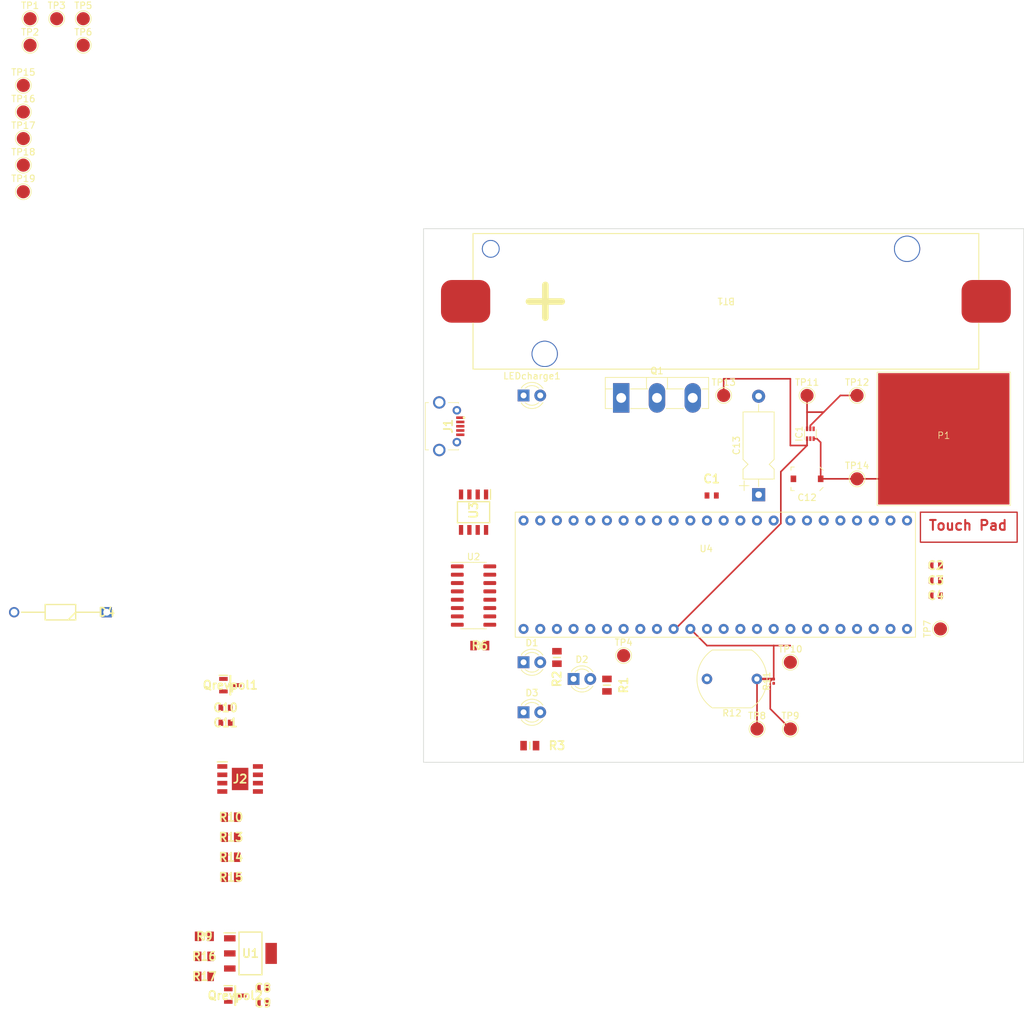
<source format=kicad_pcb>
(kicad_pcb (version 20221018) (generator pcbnew)
  (layers (0 "F.Cu" signal) (31 "B.Cu" signal) (34 "B.Paste" user) (35 "F.Paste" user) (36 "B.SilkS" user "B.Silkscreen") (37 "F.SilkS" user "F.Silkscreen") (38 "B.Mask" user) (39 "F.Mask" user) (44 "Edge.Cuts" user))
  (net 0 "")
  (net 1 "/Power Module/Charging/Vbat")
  (net 2 "0")
  (net 3 "/Microcontroller/3.3V")
  (net 4 "GND")
  (net 5 "/Power Module/Regulating/Vin")
  (net 6 "Net-(U1-VO)")
  (net 7 "Net-(D4-K)")
  (net 8 "Net-(J2-BAT)")
  (net 9 "Net-(IC1-I)")
  (net 10 "/Power Module/Vboard")
  (net 11 "Net-(D1-A)")
  (net 12 "Net-(D2-A)")
  (net 13 "Net-(D3-A)")
  (net 14 "/Microcontroller/Vbus")
  (net 15 "/Microcontroller/T_sensor")
  (net 17 "Net-(J1-D-)")
  (net 18 "Net-(J1-D+)")
  (net 19 "Net-(J2-PROG2)")
  (net 20 "/Power Module/Charging/Vin")
  (net 22 "Net-(J2-~{CHRG})")
  (net 24 "/Microcontroller/out1")
  (net 25 "/Microcontroller/out2")
  (net 26 "/Microcontroller/out3")
  (net 27 "/Microcontroller/LDR_sensor")
  (net 28 "/Microcontroller/PA2")
  (net 29 "/Microcontroller/PA3")
  (net 30 "/Microcontroller/SCL")
  (net 31 "Net-(LEDcharge1-K)")
  (net 32 "Net-(Qrevpol1-D)")
  (net 33 "Net-(Qrevpol2-S)")
  (footprint "Library:DIOAD1405W86L465D235" (layer "F.Cu") (at 33.02 109.22 180)
    (fp_text reference "D4" (at 0 0) (layer "F.SilkS") (effects (font (size 1.27 1.27) (thickness 0.254))))
    (fp_text value "1N5819" hide)
    (fp_line (start 1.138 0) (end 4.725 0) (stroke (width 0.2)) (layer "F.SilkS"))
    (fp_line (start 4.725 -1.175) (end 9.375 -1.175) (stroke (width 0.2)) (layer "F.SilkS"))
    (fp_line (start 4.725 0) (end 5.9 -1.175) (stroke (width 0.2)) (layer "F.SilkS"))
    (fp_line (start 4.725 1.175) (end 4.725 -1.175) (stroke (width 0.2)) (layer "F.SilkS"))
    (fp_line (start 9.375 -1.175) (end 9.375 1.175) (stroke (width 0.2)) (layer "F.SilkS"))
    (fp_line (start 9.375 0) (end 12.962 0) (stroke (width 0.2)) (layer "F.SilkS"))
    (fp_line (start 9.375 1.175) (end 4.725 1.175) (stroke (width 0.2)) (layer "F.SilkS"))
    (pad "1" thru_hole rect (at 0 0 180) (size 1.575 1.575) (drill 1.05) (layers "*.Cu" "*.Mask") (net 7 "Net-(D4-K)"))
    (pad "2" thru_hole circle (at 14.1 0 180) (size 1.575 1.575) (drill 1.05) (layers "*.Cu" "*.Mask") (net 14 "/Microcontroller/Vbus"))
  )
  (footprint "TestPoint:TestPoint_Pad_D2.0mm" (layer "F.Cu") (at 137.16 127)
    (fp_text reference "TP9" (at 0 -1.998) (layer "F.SilkS"))
    (fp_text value "TestPoint")
    (fp_circle (center 0 0) (end 0 1.2) (stroke (width 0.12)) (fill none) (layer "F.SilkS"))
    (pad "1" smd circle (at 0 0) (size 2 2) (layers "F.Cu" "F.Mask") (net 27 "/Microcontroller/LDR_sensor"))
  )
  (footprint "Library:RESC2013X65N" (layer "F.Cu") (at 51.945 146.54)
    (fp_text reference "R14" (at 0 0) (layer "F.SilkS") (effects (font (size 1.27 1.27) (thickness 0.254))))
    (fp_text value "0" hide)
    (fp_line (start 0 -0.538) (end 0 0.538) (stroke (width 0.2)) (layer "F.SilkS"))
    (pad "1" smd rect (at -0.95 0) (size 1 1.45) (layers "F.Cu" "F.Paste" "F.Mask") (net 20 "/Power Module/Charging/Vin"))
    (pad "2" smd rect (at 0.95 0) (size 1 1.45) (layers "F.Cu" "F.Paste" "F.Mask") (net 7 "Net-(D4-K)"))
  )
  (footprint "Package_SO:SOIC-16_3.9x9.9mm_P1.27mm" (layer "F.Cu") (at 88.9 106.68)
    (fp_text reference "U2" (at 0 -5.9) (layer "F.SilkS"))
    (fp_text value "CH340C")
    (fp_line (start 0 -5.06) (end -3.45 -5.06) (stroke (width 0.12)) (layer "F.SilkS"))
    (fp_line (start 0 -5.06) (end 1.95 -5.06) (stroke (width 0.12)) (layer "F.SilkS"))
    (fp_line (start 0 5.06) (end -1.95 5.06) (stroke (width 0.12)) (layer "F.SilkS"))
    (fp_line (start 0 5.06) (end 1.95 5.06) (stroke (width 0.12)) (layer "F.SilkS"))
    (pad "1" smd roundrect (at -2.475 -4.445) (size 1.95 0.6) (layers "F.Cu" "F.Paste" "F.Mask") (net 4 "GND"))
    (pad "2" smd roundrect (at -2.475 -3.175) (size 1.95 0.6) (layers "F.Cu" "F.Paste" "F.Mask") (net 28 "/Microcontroller/PA2"))
    (pad "3" smd roundrect (at -2.475 -1.905) (size 1.95 0.6) (layers "F.Cu" "F.Paste" "F.Mask") (net 29 "/Microcontroller/PA3"))
    (pad "4" smd roundrect (at -2.475 -0.635) (size 1.95 0.6) (layers "F.Cu" "F.Paste" "F.Mask") (net 3 "/Microcontroller/3.3V"))
    (pad "5" smd roundrect (at -2.475 0.635) (size 1.95 0.6) (layers "F.Cu" "F.Paste" "F.Mask") (net 18 "Net-(J1-D+)"))
    (pad "6" smd roundrect (at -2.475 1.905) (size 1.95 0.6) (layers "F.Cu" "F.Paste" "F.Mask") (net 17 "Net-(J1-D-)"))
    (pad "7" smd roundrect (at -2.475 3.175) (size 1.95 0.6) (layers "F.Cu" "F.Paste" "F.Mask"))
    (pad "8" smd roundrect (at -2.475 4.445) (size 1.95 0.6) (layers "F.Cu" "F.Paste" "F.Mask"))
    (pad "9" smd roundrect (at 2.475 4.445) (size 1.95 0.6) (layers "F.Cu" "F.Paste" "F.Mask"))
    (pad "10" smd roundrect (at 2.475 3.175) (size 1.95 0.6) (layers "F.Cu" "F.Paste" "F.Mask"))
    (pad "11" smd roundrect (at 2.475 1.905) (size 1.95 0.6) (layers "F.Cu" "F.Paste" "F.Mask"))
    (pad "12" smd roundrect (at 2.475 0.635) (size 1.95 0.6) (layers "F.Cu" "F.Paste" "F.Mask"))
    (pad "13" smd roundrect (at 2.475 -0.635) (size 1.95 0.6) (layers "F.Cu" "F.Paste" "F.Mask"))
    (pad "14" smd roundrect (at 2.475 -1.905) (size 1.95 0.6) (layers "F.Cu" "F.Paste" "F.Mask"))
    (pad "15" smd roundrect (at 2.475 -3.175) (size 1.95 0.6) (layers "F.Cu" "F.Paste" "F.Mask"))
    (pad "16" smd roundrect (at 2.475 -4.445) (size 1.95 0.6) (layers "F.Cu" "F.Paste" "F.Mask") (net 3 "/Microcontroller/3.3V"))
  )
  (footprint "Capacitor_SMD:C_Trimmer_Murata_TZC3" (layer "F.Cu") (at 139.7 88.9 180)
    (fp_text reference "C12" (at 0 -2.85) (layer "F.SilkS"))
    (fp_text value "C_Variable")
    (fp_line (start -2.45 -1.3) (end -1.95 -1.8) (stroke (width 0.12)) (layer "F.SilkS"))
    (fp_line (start -2.45 1.3) (end -1.95 1.8) (stroke (width 0.12)) (layer "F.SilkS"))
    (fp_line (start 2.45 -1.8) (end 1.95 -1.8) (stroke (width 0.12)) (layer "F.SilkS"))
    (fp_line (start 2.45 -1.8) (end 2.45 -1.3) (stroke (width 0.12)) (layer "F.SilkS"))
    (fp_line (start 2.45 1.8) (end 1.95 1.8) (stroke (width 0.12)) (layer "F.SilkS"))
    (fp_line (start 2.45 1.8) (end 2.45 1.3) (stroke (width 0.12)) (layer "F.SilkS"))
    (pad "1" smd rect (at -2.075 0 180) (size 0.85 1) (layers "F.Cu" "F.Paste" "F.Mask") (net 9 "Net-(IC1-I)"))
    (pad "2" smd rect (at 2.075 0 180) (size 0.85 1) (layers "F.Cu" "F.Paste" "F.Mask") (net 4 "GND"))
  )
  (footprint "TestPoint:TestPoint_Pad_D2.0mm" (layer "F.Cu") (at 147.32 88.9)
    (fp_text reference "TP14" (at 0 -1.998) (layer "F.SilkS"))
    (fp_text value "TestPoint")
    (fp_circle (center 0 0) (end 0 1.2) (stroke (width 0.12)) (fill none) (layer "F.SilkS"))
    (pad "1" smd circle (at 0 0) (size 2 2) (layers "F.Cu" "F.Mask") (net 9 "Net-(IC1-I)"))
  )
  (footprint "Library:SOIC127P600X175-8N" (layer "F.Cu") (at 88.9 93.98 -90)
    (fp_text reference "U3" (at -0.285 0 90) (layer "F.SilkS") (effects (font (size 1.27 1.27) (thickness 0.254))))
    (fp_text value "24LC64" hide)
    (fp_line (start -3.45 -2.58) (end -1.95 -2.58) (stroke (width 0.2)) (layer "F.SilkS"))
    (fp_line (start -1.6 -2.45) (end 1.6 -2.45) (stroke (width 0.2)) (layer "F.SilkS"))
    (fp_line (start -1.6 2.45) (end -1.6 -2.45) (stroke (width 0.2)) (layer "F.SilkS"))
    (fp_line (start 1.6 -2.45) (end 1.6 2.45) (stroke (width 0.2)) (layer "F.SilkS"))
    (fp_line (start 1.6 2.45) (end -1.6 2.45) (stroke (width 0.2)) (layer "F.SilkS"))
    (pad "1" smd rect (at -2.7 -1.905) (size 0.65 1.5) (layers "F.Cu" "F.Paste" "F.Mask") (net 3 "/Microcontroller/3.3V"))
    (pad "2" smd rect (at -2.7 -0.635) (size 0.65 1.5) (layers "F.Cu" "F.Paste" "F.Mask") (net 3 "/Microcontroller/3.3V"))
    (pad "3" smd rect (at -2.7 0.635) (size 0.65 1.5) (layers "F.Cu" "F.Paste" "F.Mask") (net 3 "/Microcontroller/3.3V"))
    (pad "4" smd rect (at -2.7 1.905) (size 0.65 1.5) (layers "F.Cu" "F.Paste" "F.Mask") (net 4 "GND"))
    (pad "5" smd rect (at 2.7 1.905) (size 0.65 1.5) (layers "F.Cu" "F.Paste" "F.Mask") (net 30 "/Microcontroller/SCL"))
    (pad "6" smd rect (at 2.7 0.635) (size 0.65 1.5) (layers "F.Cu" "F.Paste" "F.Mask") (net 30 "/Microcontroller/SCL"))
    (pad "7" smd rect (at 2.7 -0.635) (size 0.65 1.5) (layers "F.Cu" "F.Paste" "F.Mask") (net 4 "GND"))
    (pad "8" smd rect (at 2.7 -1.905) (size 0.65 1.5) (layers "F.Cu" "F.Paste" "F.Mask") (net 3 "/Microcontroller/3.3V"))
  )
  (footprint "TestPoint:TestPoint_Pad_D2.0mm" (layer "F.Cu") (at 20.32 45.17)
    (fp_text reference "TP19" (at 0 -1.998) (layer "F.SilkS"))
    (fp_text value "TestPoint")
    (fp_circle (center 0 0) (end 0 1.2) (stroke (width 0.12)) (fill none) (layer "F.SilkS"))
    (pad "1" smd circle (at 0 0) (size 2 2) (layers "F.Cu" "F.Mask") (net 8 "Net-(J2-BAT)"))
  )
  (footprint "Library:CAPC1608X90N" (layer "F.Cu") (at 51.125 123.77)
    (fp_text reference "C10" (at 0 0) (layer "F.SilkS") (effects (font (size 1.27 1.27) (thickness 0.254))))
    (fp_text value "10uF" hide)
    (pad "1" smd rect (at -0.71 0) (size 0.73 0.94) (layers "F.Cu" "F.Paste" "F.Mask") (net 7 "Net-(D4-K)"))
    (pad "2" smd rect (at 0.71 0) (size 0.73 0.94) (layers "F.Cu" "F.Paste" "F.Mask") (net 4 "GND"))
  )
  (footprint "Library:SOT95P237X112-3N" (layer "F.Cu") (at 51.85 120.33)
    (fp_text reference "Qrevpol1" (at 0 0) (layer "F.SilkS") (effects (font (size 1.27 1.27) (thickness 0.254))))
    (fp_text value "PMOS" hide)
    (fp_line (start -1.7 -1.5) (end -0.4 -1.5) (stroke (width 0.2)) (layer "F.SilkS"))
    (fp_line (start -0.05 -1.46) (end 0.05 -1.46) (stroke (width 0.2)) (layer "F.SilkS"))
    (fp_line (start -0.05 1.46) (end -0.05 -1.46) (stroke (width 0.2)) (layer "F.SilkS"))
    (fp_line (start 0.05 -1.46) (end 0.05 1.46) (stroke (width 0.2)) (layer "F.SilkS"))
    (fp_line (start 0.05 1.46) (end -0.05 1.46) (stroke (width 0.2)) (layer "F.SilkS"))
    (pad "1" smd rect (at -1.05 -0.95 90) (size 0.6 1.3) (layers "F.Cu" "F.Paste" "F.Mask") (net 32 "Net-(Qrevpol1-D)"))
    (pad "2" smd rect (at -1.05 0.95 90) (size 0.6 1.3) (layers "F.Cu" "F.Paste" "F.Mask") (net 4 "GND"))
    (pad "3" smd rect (at 1.05 0 90) (size 0.6 1.3) (layers "F.Cu" "F.Paste" "F.Mask") (net 1 "/Power Module/Charging/Vbat"))
  )
  (footprint "TestPoint:TestPoint_Pad_D2.0mm" (layer "F.Cu") (at 147.32 76.2)
    (fp_text reference "TP12" (at 0 -1.998) (layer "F.SilkS"))
    (fp_text value "TestPoint")
    (fp_circle (center 0 0) (end 0 1.2) (stroke (width 0.12)) (fill none) (layer "F.SilkS"))
    (pad "1" smd circle (at 0 0) (size 2 2) (layers "F.Cu" "F.Mask") (net 10 "/Power Module/Vboard"))
  )
  (footprint "Library:CAPC1608X90N" (layer "F.Cu") (at 56.82 168.75)
    (fp_text reference "C9" (at 0 0) (layer "F.SilkS") (effects (font (size 1.27 1.27) (thickness 0.254))))
    (fp_text value "1uF" hide)
    (pad "1" smd rect (at -0.71 0) (size 0.73 0.94) (layers "F.Cu" "F.Paste" "F.Mask") (net 6 "Net-(U1-VO)"))
    (pad "2" smd rect (at 0.71 0) (size 0.73 0.94) (layers "F.Cu" "F.Paste" "F.Mask") (net 2 "0"))
  )
  (footprint "TestPoint:TestPoint_Pad_D2.0mm" (layer "F.Cu") (at 139.7 76.2)
    (fp_text reference "TP11" (at 0 -1.998) (layer "F.SilkS"))
    (fp_text value "TestPoint")
    (fp_circle (center 0 0) (end 0 1.2) (stroke (width 0.12)) (fill none) (layer "F.SilkS"))
    (pad "1" smd circle (at 0 0) (size 2 2) (layers "F.Cu" "F.Mask") (net 10 "/Power Module/Vboard"))
  )
  (footprint "Library:CAPC1608X90N" (layer "F.Cu") (at 56.82 166.46)
    (fp_text reference "C8" (at 0 0) (layer "F.SilkS") (effects (font (size 1.27 1.27) (thickness 0.254))))
    (fp_text value "10uF" hide)
    (pad "1" smd rect (at -0.71 0) (size 0.73 0.94) (layers "F.Cu" "F.Paste" "F.Mask") (net 5 "/Power Module/Regulating/Vin"))
    (pad "2" smd rect (at 0.71 0) (size 0.73 0.94) (layers "F.Cu" "F.Paste" "F.Mask") (net 2 "0"))
  )
  (footprint "Library:CAPC1608X90N" (layer "F.Cu") (at 125.17 91.44)
    (fp_text reference "C1" (at 0 -2.54) (layer "F.SilkS") (effects (font (size 1.27 1.27) (thickness 0.254))))
    (fp_text value "100nF" hide)
    (pad "1" smd rect (at -0.71 0) (size 0.73 0.94) (layers "F.Cu" "F.Paste" "F.Mask") (net 3 "/Microcontroller/3.3V"))
    (pad "2" smd rect (at 0.71 0) (size 0.73 0.94) (layers "F.Cu" "F.Paste" "F.Mask") (net 4 "GND"))
  )
  (footprint "Library:SOT95P237X112-3N" (layer "F.Cu") (at 52.595 167.61)
    (fp_text reference "Qrevpol2" (at 0 0) (layer "F.SilkS") (effects (font (size 1.27 1.27) (thickness 0.254))))
    (fp_text value "PMOS" hide)
    (fp_line (start -1.7 -1.5) (end -0.4 -1.5) (stroke (width 0.2)) (layer "F.SilkS"))
    (fp_line (start -0.05 -1.46) (end 0.05 -1.46) (stroke (width 0.2)) (layer "F.SilkS"))
    (fp_line (start -0.05 1.46) (end -0.05 -1.46) (stroke (width 0.2)) (layer "F.SilkS"))
    (fp_line (start 0.05 -1.46) (end 0.05 1.46) (stroke (width 0.2)) (layer "F.SilkS"))
    (fp_line (start 0.05 1.46) (end -0.05 1.46) (stroke (width 0.2)) (layer "F.SilkS"))
    (pad "1" smd rect (at -1.05 -0.95 90) (size 0.6 1.3) (layers "F.Cu" "F.Paste" "F.Mask") (net 1 "/Power Module/Charging/Vbat"))
    (pad "2" smd rect (at -1.05 0.95 90) (size 0.6 1.3) (layers "F.Cu" "F.Paste" "F.Mask") (net 4 "GND"))
    (pad "3" smd rect (at 1.05 0 90) (size 0.6 1.3) (layers "F.Cu" "F.Paste" "F.Mask") (net 33 "Net-(Qrevpol2-S)"))
  )
  (footprint "Library:RESC2013X65N" (layer "F.Cu") (at 101.6 116.11 90)
    (fp_text reference "R2" (at -3.27 0 90) (layer "F.SilkS") (effects (font (size 1.27 1.27) (thickness 0.254))))
    (fp_text value "270" hide)
    (fp_line (start 0 -0.538) (end 0 0.538) (stroke (width 0.2)) (layer "F.SilkS"))
    (pad "1" smd rect (at -0.95 0 90) (size 1 1.45) (layers "F.Cu" "F.Paste" "F.Mask") (net 25 "/Microcontroller/out2"))
    (pad "2" smd rect (at 0.95 0 90) (size 1 1.45) (layers "F.Cu" "F.Paste" "F.Mask") (net 11 "Net-(D1-A)"))
  )
  (footprint "Library:RESC2013X65N" (layer "F.Cu") (at 51.945 149.59)
    (fp_text reference "R15" (at 0 0) (layer "F.SilkS") (effects (font (size 1.27 1.27) (thickness 0.254))))
    (fp_text value "0" hide)
    (fp_line (start 0 -0.538) (end 0 0.538) (stroke (width 0.2)) (layer "F.SilkS"))
    (pad "1" smd rect (at -0.95 0) (size 1 1.45) (layers "F.Cu" "F.Paste" "F.Mask") (net 8 "Net-(J2-BAT)"))
    (pad "2" smd rect (at 0.95 0) (size 1 1.45) (layers "F.Cu" "F.Paste" "F.Mask") (net 32 "Net-(Qrevpol1-D)"))
  )
  (footprint "Library:RESC2013X65N" (layer "F.Cu") (at 47.895 164.69)
    (fp_text reference "R17" (at 0 0) (layer "F.SilkS") (effects (font (size 1.27 1.27) (thickness 0.254))))
    (fp_text value "0" hide)
    (fp_line (start 0 -0.538) (end 0 0.538) (stroke (width 0.2)) (layer "F.SilkS"))
    (pad "1" smd rect (at -0.95 0) (size 1 1.45) (layers "F.Cu" "F.Paste" "F.Mask") (net 6 "Net-(U1-VO)"))
    (pad "2" smd rect (at 0.95 0) (size 1 1.45) (layers "F.Cu" "F.Paste" "F.Mask") (net 10 "/Power Module/Vboard"))
  )
  (footprint "Library:STM32F051C6T6" (layer "F.Cu") (at 124.54 105.65)
    (fp_text reference "U4" (at -0.2 -6.1 unlocked) (layer "F.SilkS"))
    (fp_text value "~")
    (fp_line (start -29.29 -11.67) (end -29.29 7.38) (stroke (width 0.12)) (layer "F.SilkS"))
    (fp_line (start -29.29 -11.67) (end 31.67 -11.67) (stroke (width 0.12)) (layer "F.SilkS"))
    (fp_line (start 31.67 -11.67) (end 31.67 7.38) (stroke (width 0.12)) (layer "F.SilkS"))
    (fp_line (start 31.67 7.38) (end -29.29 7.38) (stroke (width 0.12)) (layer "F.SilkS"))
    (pad "1" thru_hole circle (at -28.02 6.11) (size 1.524 1.524) (drill 0.762) (layers "*.Cu" "*.Mask"))
    (pad "2" thru_hole circle (at -25.48 6.11) (size 1.524 1.524) (drill 0.762) (layers "*.Cu" "*.Mask"))
    (pad "3" thru_hole circle (at -22.94 6.11) (size 1.524 1.524) (drill 0.762) (layers "*.Cu" "*.Mask"))
    (pad "4" thru_hole circle (at -20.4 6.11) (size 1.524 1.524) (drill 0.762) (layers "*.Cu" "*.Mask"))
    (pad "5" thru_hole circle (at -17.86 6.11) (size 1.524 1.524) (drill 0.762) (layers "*.Cu" "*.Mask"))
    (pad "6" thru_hole circle (at -15.32 6.11) (size 1.524 1.524) (drill 0.762) (layers "*.Cu" "*.Mask"))
    (pad "7" thru_hole circle (at -12.78 6.11) (size 1.524 1.524) (drill 0.762) (layers "*.Cu" "*.Mask"))
    (pad "8" thru_hole circle (at -10.24 6.11) (size 1.524 1.524) (drill 0.762) (layers "*.Cu" "*.Mask") (net 4 "GND"))
    (pad "9" thru_hole circle (at -7.7 6.11) (size 1.524 1.524) (drill 0.762) (layers "*.Cu" "*.Mask") (net 3 "/Microcontroller/3.3V"))
    (pad "10" thru_hole circle (at -5.16 6.11) (size 1.524 1.524) (drill 0.762) (layers "*.Cu" "*.Mask") (net 15 "/Microcontroller/T_sensor"))
    (pad "11" thru_hole circle (at -2.62 6.11) (size 1.524 1.524) (drill 0.762) (layers "*.Cu" "*.Mask") (net 27 "/Microcontroller/LDR_sensor"))
    (pad "12" thru_hole circle (at -0.08 6.11) (size 1.524 1.524) (drill 0.762) (layers "*.Cu" "*.Mask") (net 28 "/Microcontroller/PA2"))
    (pad "13" thru_hole circle (at 2.46 6.11) (size 1.524 1.524) (drill 0.762) (layers "*.Cu" "*.Mask") (net 29 "/Microcontroller/PA3"))
    (pad "14" thru_hole circle (at 5 6.11) (size 1.524 1.524) (drill 0.762) (layers "*.Cu" "*.Mask"))
    (pad "15" thru_hole circle (at 7.54 6.11) (size 1.524 1.524) (drill 0.762) (layers "*.Cu" "*.Mask") (net 30 "/Microcontroller/SCL"))
    (pad "16" thru_hole circle (at 10.08 6.11) (size 1.524 1.524) (drill 0.762) (layers "*.Cu" "*.Mask") (net 30 "/Microcontroller/SCL"))
    (pad "17" thru_hole circle (at 12.62 6.11) (size 1.524 1.524) (drill 0.762) (layers "*.Cu" "*.Mask"))
    (pad "18" thru_hole circle (at 15.16 6.11) (size 1.524 1.524) (drill 0.762) (layers "*.Cu" "*.Mask") (net 24 "/Microcontroller/out1"))
    (pad "19" thru_hole circle (at 17.7 6.11) (size 1.524 1.524) (drill 0.762) (layers "*.Cu" "*.Mask") (net 25 "/Microcontroller/out2"))
    (pad "20" thru_hole circle (at 20.24 6.11) (size 1.524 1.524) (drill 0.762) (layers "*.Cu" "*.Mask") (net 26 "/Microcontroller/out3"))
    (pad "21" thru_hole circle (at 22.78 6.11) (size 1.524 1.524) (drill 0.762) (layers "*.Cu" "*.Mask"))
    (pad "22" thru_hole circle (at 25.32 6.11) (size 1.524 1.524) (drill 0.762) (layers "*.Cu" "*.Mask"))
    (pad "23" thru_hole circle (at 27.86 6.11) (size 1.524 1.524) (drill 0.762) (layers "*.Cu" "*.Mask") (net 4 "GND"))
    (pad "24" thru_hole circle (at 30.4 6.11) (size 1.524 1.524) (drill 0.762) (layers "*.Cu" "*.Mask") (net 3 "/Microcontroller/3.3V"))
    (pad "25" thru_hole circle (at 30.4 -10.4) (size 1.524 1.524) (drill 0.762) (layers "*.Cu" "*.Mask"))
    (pad "26" thru_hole circle (at 27.86 -10.4) (size 1.524 1.524) (drill 0.762) (layers "*.Cu" "*.Mask"))
    (pad "27" thru_hole circle (at 25.32 -10.4) (size 1.524 1.524) (drill 0.762) (layers "*.Cu" "*.Mask"))
    (pad "28" thru_hole circle (at 22.78 -10.4) (size 1.524 1.524) (drill 0.762) (layers "*.Cu" "*.Mask"))
    (pad "29" thru_hole circle (at 20.24 -10.4) (size 1.524 1.524) (drill 0.762) (layers "*.Cu" "*.Mask"))
    (pad "30" thru_hole circle (at 17.7 -10.4) (size 1.524 1.524) (drill 0.762) (layers "*.Cu" "*.Mask"))
    (pad "31" thru_hole circle (at 15.16 -10.4) (size 1.524 1.524) (drill 0.762) (layers "*.Cu" "*.Mask"))
    (pad "32" thru_hole circle (at 12.62 -10.4) (size 1.524 1.524) (drill 0.762) (layers "*.Cu" "*.Mask"))
    (pad "33" thru_hole circle (at 10.08 -10.4) (size 1.524 1.524) (drill 0.762) (layers "*.Cu" "*.Mask"))
    (pad "34" thru_hole circle (at 7.54 -10.4) (size 1.524 1.524) (drill 0.762) (layers "*.Cu" "*.Mask"))
    (pad "35" thru_hole circle (at 5 -10.4) (size 1.524 1.524) (drill 0.762) (layers "*.Cu" "*.Mask"))
    (pad "36" thru_hole circle (at 2.46 -10.4) (size 1.524 1.524) (drill 0.762) (layers "*.Cu" "*.Mask"))
    (pad "37" thru_hole circle (at -0.08 -10.4) (size 1.524 1.524) (drill 0.762) (layers "*.Cu" "*.Mask"))
    (pad "38" thru_hole circle (at -2.62 -10.4) (size 1.524 1.524) (drill 0.762) (layers "*.Cu" "*.Mask"))
    (pad "39" thru_hole circle (at -5.16 -10.4) (size 1.524 1.524) (drill 0.762) (layers "*.Cu" "*.Mask"))
    (pad "40" thru_hole circle (at -7.7 -10.4) (size 1.524 1.524) (drill 0.762) (layers "*.Cu" "*.Mask"))
    (pad "41" thru_hole circle (at -10.24 -10.4) (size 1.524 1.524) (drill 0.762) (layers "*.Cu" "*.Mask"))
    (pad "42" thru_hole circle (at -12.78 -10.4) (size 1.524 1.524) (drill 0.762) (layers "*.Cu" "*.Mask"))
    (pad "43" thru_hole circle (at -15.32 -10.4) (size 1.524 1.524) (drill 0.762) (layers "*.Cu" "*.Mask"))
    (pad "44" thru_hole circle (at -17.86 -10.4) (size 1.524 1.524) (drill 0.762) (layers "*.Cu" "*.Mask"))
    (pad "45" thru_hole circle (at -20.4 -10.4) (size 1.524 1.524) (drill 0.762) (layers "*.Cu" "*.Mask"))
    (pad "46" thru_hole circle (at -22.94 -10.4) (size 1.524 1.524) (drill 0.762) (layers "*.Cu" "*.Mask"))
    (pad "47" thru_hole circle (at -25.48 -10.4) (size 1.524 1.524) (drill 0.762) (layers "*.Cu" "*.Mask") (net 4 "GND"))
    (pad "48" thru_hole circle (at -28.02 -10.4) (size 1.524 1.524) (drill 0.762) (layers "*.Cu" "*.Mask") (net 3 "/Microcontroller/3.3V"))
  )
  (footprint "TestPoint:TestPoint_Pad_D2.0mm" (layer "F.Cu") (at 20.32 33.02)
    (fp_text reference "TP16" (at 0 -1.998) (layer "F.SilkS"))
    (fp_text value "TestPoint")
    (fp_circle (center 0 0) (end 0 1.2) (stroke (width 0.12)) (fill none) (layer "F.SilkS"))
    (pad "1" smd circle (at 0 0) (size 2 2) (layers "F.Cu" "F.Mask") (net 20 "/Power Module/Charging/Vin"))
  )
  (footprint "Resistor_SMD:R_0201_0603Metric" (layer "F.Cu") (at 134.62 119.725 90)
    (fp_text reference "R11" (at 0 -1.05 90) (layer "F.SilkS"))
    (fp_text value "180")
    (pad "1" smd roundrect (at -0.32 0 90) (size 0.46 0.4) (layers "F.Cu" "F.Mask") (net 10 "/Power Module/Vboard"))
    (pad "2" smd roundrect (at 0.32 0 90) (size 0.46 0.4) (layers "F.Cu" "F.Mask") (net 27 "/Microcontroller/LDR_sensor"))
  )
  (footprint "TestPoint:TestPoint_Pad_D2.0mm" (layer "F.Cu") (at 160.02 111.76 90)
    (fp_text reference "TP7" (at 0 -1.998 90) (layer "F.SilkS"))
    (fp_text value "TestPoint")
    (fp_circle (center 0 0) (end 0 1.2) (stroke (width 0.12)) (fill none) (layer "F.SilkS"))
    (pad "1" smd circle (at 0 0 90) (size 2 2) (layers "F.Cu" "F.Mask") (net 3 "/Microcontroller/3.3V"))
  )
  (footprint "Library:CAPC1608X90N" (layer "F.Cu") (at 159.31 102.1)
    (fp_text reference "C2" (at 0 0) (layer "F.SilkS") (effects (font (size 1.27 1.27) (thickness 0.254))))
    (fp_text value "100nF" hide)
    (pad "1" smd rect (at -0.71 0) (size 0.73 0.94) (layers "F.Cu" "F.Paste" "F.Mask") (net 3 "/Microcontroller/3.3V"))
    (pad "2" smd rect (at 0.71 0) (size 0.73 0.94) (layers "F.Cu" "F.Paste" "F.Mask") (net 4 "GND"))
  )
  (footprint "TestPoint:TestPoint_Pad_D2.0mm" (layer "F.Cu") (at 137.16 116.84)
    (fp_text reference "TP10" (at 0 -1.998) (layer "F.SilkS"))
    (fp_text value "TestPoint")
    (fp_circle (center 0 0) (end 0 1.2) (stroke (width 0.12)) (fill none) (layer "F.SilkS"))
    (pad "1" smd circle (at 0 0) (size 2 2) (layers "F.Cu" "F.Mask") (net 27 "/Microcontroller/LDR_sensor"))
  )
  (footprint "Library:CAPC1608X90N" (layer "F.Cu") (at 159.31 106.68)
    (fp_text reference "C4" (at 0 0) (layer "F.SilkS") (effects (font (size 1.27 1.27) (thickness 0.254))))
    (fp_text value "100nF" hide)
    (pad "1" smd rect (at -0.71 0) (size 0.73 0.94) (layers "F.Cu" "F.Paste" "F.Mask") (net 3 "/Microcontroller/3.3V"))
    (pad "2" smd rect (at 0.71 0) (size 0.73 0.94) (layers "F.Cu" "F.Paste" "F.Mask") (net 4 "GND"))
  )
  (footprint "Package_TO_SOT_THT:TO-3P-3_Vertical" (layer "F.Cu") (at 111.39 76.575)
    (fp_text reference "Q1" (at 5.45 -4.12) (layer "F.SilkS"))
    (fp_text value "PMOS")
    (fp_line (start -2.42 -3.12) (end -2.42 1.62) (stroke (width 0.12)) (layer "F.SilkS"))
    (fp_line (start -2.42 -3.12) (end 13.32 -3.12) (stroke (width 0.12)) (layer "F.SilkS"))
    (fp_line (start -2.42 -1.38) (end -1.4 -1.38) (stroke (width 0.12)) (layer "F.SilkS"))
    (fp_line (start -2.42 1.62) (end -1.4 1.62) (stroke (width 0.12)) (layer "F.SilkS"))
    (fp_line (start 1.4 -1.38) (end 4.051 -1.38) (stroke (width 0.12)) (layer "F.SilkS"))
    (fp_line (start 1.4 1.62) (end 4.051 1.62) (stroke (width 0.12)) (layer "F.SilkS"))
    (fp_line (start 3.85 -3.12) (end 3.85 -1.38) (stroke (width 0.12)) (layer "F.SilkS"))
    (fp_line (start 6.85 -1.38) (end 9.5 -1.38) (stroke (width 0.12)) (layer "F.SilkS"))
    (fp_line (start 6.85 1.62) (end 9.5 1.62) (stroke (width 0.12)) (layer "F.SilkS"))
    (fp_line (start 7.051 -3.12) (end 7.051 -1.38) (stroke (width 0.12)) (layer "F.SilkS"))
    (fp_line (start 12.3 -1.38) (end 13.32 -1.38) (stroke (width 0.12)) (layer "F.SilkS"))
    (fp_line (start 12.3 1.62) (end 13.32 1.62) (stroke (width 0.12)) (layer "F.SilkS"))
    (fp_line (start 13.32 -3.12) (end 13.32 1.62) (stroke (width 0.12)) (layer "F.SilkS"))
    (pad "1" thru_hole rect (at 0 0) (size 2.5 4.5) (drill 1.5) (layers "*.Cu" "*.Mask") (net 10 "/Power Module/Vboard"))
    (pad "2" thru_hole oval (at 5.45 0) (size 2.5 4.5) (drill 1.5) (layers "*.Cu" "*.Mask") (net 15 "/Microcontroller/T_sensor"))
    (pad "3" thru_hole oval (at 10.9 0) (size 2.5 4.5) (drill 1.5) (layers "*.Cu" "*.Mask") (net 3 "/Microcontroller/3.3V"))
  )
  (footprint "TestPoint:TestPoint_Pad_D2.0mm" (layer "F.Cu") (at 20.32 28.97)
    (fp_text reference "TP15" (at 0 -1.998) (layer "F.SilkS"))
    (fp_text value "TestPoint")
    (fp_circle (center 0 0) (end 0 1.2) (stroke (width 0.12)) (fill none) (layer "F.SilkS"))
    (pad "1" smd circle (at 0 0) (size 2 2) (layers "F.Cu" "F.Mask") (net 1 "/Power Module/Charging/Vbat"))
  )
  (footprint "TestPoint:TestPoint_Pad_D2.0mm" (layer "F.Cu") (at 20.32 37.07)
    (fp_text reference "TP17" (at 0 -1.998) (layer "F.SilkS"))
    (fp_text value "TestPoint")
    (fp_circle (center 0 0) (end 0 1.2) (stroke (width 0.12)) (fill none) (layer "F.SilkS"))
    (pad "1" smd circle (at 0 0) (size 2 2) (layers "F.Cu" "F.Mask") (net 20 "/Power Module/Charging/Vin"))
  )
  (footprint "Library:SOT230P700X180-4N" (layer "F.Cu") (at 54.92 161.19)
    (fp_text reference "U1" (at 0 0) (layer "F.SilkS") (effects (font (size 1.27 1.27) (thickness 0.254))))
    (fp_text value "LM1117-3.3" hide)
    (fp_line (start -4.025 -3.125) (end -2.275 -3.125) (stroke (width 0.2)) (layer "F.SilkS"))
    (fp_line (start -1.75 -3.25) (end 1.75 -3.25) (stroke (width 0.2)) (layer "F.SilkS"))
    (fp_line (start -1.75 3.25) (end -1.75 -3.25) (stroke (width 0.2)) (layer "F.SilkS"))
    (fp_line (start 1.75 -3.25) (end 1.75 3.25) (stroke (width 0.2)) (layer "F.SilkS"))
    (fp_line (start 1.75 3.25) (end -1.75 3.25) (stroke (width 0.2)) (layer "F.SilkS"))
    (pad "1" smd rect (at -3.15 -2.3 90) (size 0.95 1.75) (layers "F.Cu" "F.Paste" "F.Mask") (net 2 "0"))
    (pad "2" smd rect (at -3.15 0 90) (size 0.95 1.75) (layers "F.Cu" "F.Paste" "F.Mask") (net 6 "Net-(U1-VO)"))
    (pad "3" smd rect (at -3.15 2.3 90) (size 0.95 1.75) (layers "F.Cu" "F.Paste" "F.Mask") (net 5 "/Power Module/Regulating/Vin"))
    (pad "4" smd rect (at 3.15 0) (size 1.75 3.2) (layers "F.Cu" "F.Paste" "F.Mask"))
  )
  (footprint "LED_THT:LED_D3.0mm_IRBlack" (layer "F.Cu") (at 104.14 119.38)
    (fp_text reference "D2" (at 1.27 -2.96) (layer "F.SilkS"))
    (fp_text value "LED")
    (fp_line (start -0.29 -1.236) (end -0.29 -1.08) (stroke (width 0.12)) (layer "F.SilkS"))
    (fp_line (start -0.29 1.08) (end -0.29 1.236) (stroke (width 0.12)) (layer "F.SilkS"))
    (fp_arc (start -0.29 -1.235516) (mid 1.366487 -1.987659) (end 2.942335 -1.078608) (stroke (width 0.12)) (layer "F.SilkS"))
    (fp_arc (start 0.229039 -1.08) (mid 1.270117 -1.5) (end 2.31113 -1.079837) (stroke (width 0.12)) (layer "F.SilkS"))
    (fp_arc (start 2.31113 1.079837) (mid 1.270117 1.5) (end 0.229039 1.08) (stroke (width 0.12)) (layer "F.SilkS"))
    (fp_arc (start 2.942335 1.078608) (mid 1.366487 1.987659) (end -0.29 1.235516) (stroke (width 0.12)) (layer "F.SilkS"))
    (pad "1" thru_hole rect (at 0 0) (size 1.8 1.8) (drill 0.9) (layers "*.Cu" "*.Mask") (net 4 "GND"))
    (pad "2" thru_hole circle (at 2.54 0) (size 1.8 1.8) (drill 0.9) (layers "*.Cu" "*.Mask") (net 12 "Net-(D2-A)"))
  )
  (footprint "TestPoint:TestPoint_Pad_D2.0mm" (layer "F.Cu") (at 21.35 18.81)
    (fp_text reference "TP1" (at 0 -1.998) (layer "F.SilkS"))
    (fp_text value "TestPoint")
    (fp_circle (center 0 0) (end 0 1.2) (stroke (width 0.12)) (fill none) (layer "F.SilkS"))
    (pad "1" smd circle (at 0 0) (size 2 2) (layers "F.Cu" "F.Mask") (net 3 "/Microcontroller/3.3V"))
  )
  (footprint "Library:Touch Pad" (layer "F.Cu") (at 160.528 82.804)
    (fp_text reference "P1" (at 0 -0.5 unlocked) (layer "F.SilkS") (effects (font (thickness 0.1))))
    (fp_text value "~")
    (fp_rect (start -10.16 -10.16) (end 10.16 10.16) (stroke (width 0.1)) (fill none) (layer "F.SilkS"))
    (pad "Touch Pad1" smd rect (at 0 0) (size 20 20) (layers "F.Cu" "F.Paste" "F.Mask") (net 9 "Net-(IC1-I)"))
  )
  (footprint "TestPoint:TestPoint_Pad_D2.0mm" (layer "F.Cu") (at 21.35 22.86)
    (fp_text reference "TP2" (at 0 -1.998) (layer "F.SilkS"))
    (fp_text value "TestPoint")
    (fp_circle (center 0 0) (end 0 1.2) (stroke (width 0.12)) (fill none) (layer "F.SilkS"))
    (pad "1" smd circle (at 0 0) (size 2 2) (layers "F.Cu" "F.Mask") (net 12 "Net-(D2-A)"))
  )
  (footprint "TestPoint:TestPoint_Pad_D2.0mm" (layer "F.Cu") (at 20.32 41.12)
    (fp_text reference "TP18" (at 0 -1.998) (layer "F.SilkS"))
    (fp_text value "TestPoint")
    (fp_circle (center 0 0) (end 0 1.2) (stroke (width 0.12)) (fill none) (layer "F.SilkS"))
    (pad "1" smd circle (at 0 0) (size 2 2) (layers "F.Cu" "F.Mask") (net 22 "Net-(J2-~{CHRG})"))
  )
  (footprint "Package_TO_SOT_SMD:SOT-563" (layer "F.Cu") (at 140.2 82.03 90)
    (fp_text reference "IC1" (at 0 -1.7 90) (layer "F.SilkS"))
    (fp_text value "TTP223E-BA6")
    (fp_line (start -0.9 -0.9) (end 0.65 -0.9) (stroke (width 0.12)) (layer "F.SilkS"))
    (fp_line (start 0.65 0.9) (end -0.65 0.9) (stroke (width 0.12)) (layer "F.SilkS"))
    (pad "1" smd rect (at -0.75 -0.5 90) (size 0.7 0.34) (layers "F.Cu" "F.Paste" "F.Mask") (net 15 "/Microcontroller/T_sensor"))
    (pad "2" smd rect (at -0.75 0 90) (size 0.7 0.34) (layers "F.Cu" "F.Paste" "F.Mask") (net 4 "GND"))
    (pad "3" smd rect (at -0.75 0.5 90) (size 0.7 0.34) (layers "F.Cu" "F.Paste" "F.Mask") (net 9 "Net-(IC1-I)"))
    (pad "4" smd rect (at 0.75 0.5 90) (size 0.7 0.34) (layers "F.Cu" "F.Paste" "F.Mask"))
    (pad "5" smd rect (at 0.75 0 90) (size 0.7 0.34) (layers "F.Cu" "F.Paste" "F.Mask") (net 10 "/Power Module/Vboard"))
    (pad "6" smd rect (at 0.75 -0.5 90) (size 0.7 0.34) (layers "F.Cu" "F.Paste" "F.Mask") (net 10 "/Power Module/Vboard"))
  )
  (footprint "Library:CAPC1608X90N" (layer "F.Cu") (at 51.125 126.06)
    (fp_text reference "C11" (at 0 0) (layer "F.SilkS") (effects (font (size 1.27 1.27) (thickness 0.254))))
    (fp_text value "10uF" hide)
    (pad "1" smd rect (at -0.71 0) (size 0.73 0.94) (layers "F.Cu" "F.Paste" "F.Mask") (net 8 "Net-(J2-BAT)"))
    (pad "2" smd rect (at 0.71 0) (size 0.73 0.94) (layers "F.Cu" "F.Paste" "F.Mask") (net 4 "GND"))
  )
  (footprint "Library:SOIC127P600X175-9N" (layer "F.Cu") (at 53.34 134.62)
    (fp_text reference "J2" (at 0 0) (layer "F.SilkS") (effects (font (size 1.27 1.27) (thickness 0.254))))
    (fp_text value "TP4056" hide)
    (fp_line (start -3.475 -2.605) (end -1.95 -2.605) (stroke (width 0.2)) (layer "F.SilkS"))
    (pad "1" smd rect (at -2.712 -1.905 90) (size 0.7 1.525) (layers "F.Cu" "F.Paste" "F.Mask") (net 4 "GND"))
    (pad "2" smd rect (at -2.712 -0.635 90) (size 0.7 1.525) (layers "F.Cu" "F.Paste" "F.Mask") (net 19 "Net-(J2-PROG2)"))
    (pad "3" smd rect (at -2.712 0.635 90) (size 0.7 1.525) (layers "F.Cu" "F.Paste" "F.Mask") (net 4 "GND"))
    (pad "4" smd rect (at -2.712 1.905 90) (size 0.7 1.525) (layers "F.Cu" "F.Paste" "F.Mask") (net 20 "/Power Module/Charging/Vin"))
    (pad "5" smd rect (at 2.712 1.905 90) (size 0.7 1.525) (layers "F.Cu" "F.Paste" "F.Mask") (net 8 "Net-(J2-BAT)"))
    (pad "6" smd rect (at 2.712 0.635 90) (size 0.7 1.525) (layers "F.Cu" "F.Paste" "F.Mask"))
    (pad "7" smd rect (at 2.712 -0.635 90) (size 0.7 1.525) (layers "F.Cu" "F.Paste" "F.Mask") (net 22 "Net-(J2-~{CHRG})"))
    (pad "8" smd rect (at 2.712 -1.905 90) (size 0.7 1.525) (layers "F.Cu" "F.Paste" "F.Mask") (net 20 "/Power Module/Charging/Vin"))
    (pad "9" smd rect (at 0 0) (size 2.513 3.402) (layers "F.Cu" "F.Paste" "F.Mask"))
  )
  (footprint "Library:RESC2013X65N" (layer "F.Cu") (at 89.85 114.3 180)
    (fp_text reference "R6" (at 0 0) (layer "F.SilkS") (effects (font (size 1.27 1.27) (thickness 0.254))))
    (fp_text value "4700" hide)
    (fp_line (start 0 -0.538) (end 0 0.538) (stroke (width 0.2)) (layer "F.SilkS"))
    (pad "1" smd rect (at -0.95 0 180) (size 1 1.45) (layers "F.Cu" "F.Paste" "F.Mask") (net 30 "/Microcontroller/SCL"))
    (pad "2" smd rect (at 0.95 0 180) (size 1 1.45) (layers "F.Cu" "F.Paste" "F.Mask") (net 3 "/Microcontroller/3.3V"))
  )
  (footprint "Library:CAPC1608X90N" (layer "F.Cu") (at 159.31 104.39)
    (fp_text reference "C3" (at 0 0) (layer "F.SilkS") (effects (font (size 1.27 1.27) (thickness 0.254))))
    (fp_text value "100nF" hide)
    (pad "1" smd rect (at -0.71 0) (size 0.73 0.94) (layers "F.Cu" "F.Paste" "F.Mask") (net 3 "/Microcontroller/3.3V"))
    (pad "2" smd rect (at 0.71 0) (size 0.73 0.94) (layers "F.Cu" "F.Paste" "F.Mask") (net 4 "GND"))
  )
  (footprint "OptoDevice:R_LDR_10x8.5mm_P7.6mm_Vertical" (layer "F.Cu") (at 132.06 119.38 180)
    (fp_text reference "R12" (at 3.8 -5.2) (layer "F.SilkS"))
    (fp_text value "LDR03")
    (fp_line (start 0.8 -4.4) (end 6.8 -4.4) (stroke (width 0.12)) (layer "F.SilkS"))
    (fp_line (start 0.8 4.4) (end 6.8 4.4) (stroke (width 0.12)) (layer "F.SilkS"))
    (fp_arc (start 0.8 4.4) (mid -1.525374 0.019809) (end 0.76735 -4.37756) (stroke (width 0.12)) (layer "F.SilkS"))
    (fp_arc (start 6.8 -4.4) (mid 9.125374 -0.019809) (end 6.83265 4.37756) (stroke (width 0.12)) (layer "F.SilkS"))
    (pad "1" thru_hole circle (at 0 0 180) (size 1.6 1.6) (drill 0.8) (layers "*.Cu" "*.Mask") (net 27 "/Microcontroller/LDR_sensor"))
    (pad "2" thru_hole circle (at 7.6 0 180) (size 1.6 1.6) (drill 0.8) (layers "*.Cu" "*.Mask") (net 4 "GND"))
  )
  (footprint "Capacitor_THT:CP_Axial_L10.0mm_D4.5mm_P15.00mm_Horizontal" (layer "F.Cu") (at 132.3225 91.32 90)
    (fp_text reference "C13" (at 7.5 -3.37 90) (layer "F.SilkS"))
    (fp_text value "100nF")
    (fp_line (start 0.63 -2.2) (end 2.13 -2.2) (stroke (width 0.12)) (layer "F.SilkS"))
    (fp_line (start 1.24 0) (end 2.38 0) (stroke (width 0.12)) (layer "F.SilkS"))
    (fp_line (start 1.38 -2.95) (end 1.38 -1.45) (stroke (width 0.12)) (layer "F.SilkS"))
    (fp_line (start 2.38 -2.37) (end 2.38 2.37) (stroke (width 0.12)) (layer "F.SilkS"))
    (fp_line (start 2.38 -2.37) (end 3.88 -2.37) (stroke (width 0.12)) (layer "F.SilkS"))
    (fp_line (start 2.38 2.37) (end 3.88 2.37) (stroke (width 0.12)) (layer "F.SilkS"))
    (fp_line (start 3.88 -2.37) (end 4.63 -1.62) (stroke (width 0.12)) (layer "F.SilkS"))
    (fp_line (start 3.88 2.37) (end 4.63 1.62) (stroke (width 0.12)) (layer "F.SilkS"))
    (fp_line (start 4.63 -1.62) (end 5.38 -2.37) (stroke (width 0.12)) (layer "F.SilkS"))
    (fp_line (start 4.63 1.62) (end 5.38 2.37) (stroke (width 0.12)) (layer "F.SilkS"))
    (fp_line (start 5.38 -2.37) (end 12.62 -2.37) (stroke (width 0.12)) (layer "F.SilkS"))
    (fp_line (start 5.38 2.37) (end 12.62 2.37) (stroke (width 0.12)) (layer "F.SilkS"))
    (fp_line (start 12.62 -2.37) (end 12.62 2.37) (stroke (width 0.12)) (layer "F.SilkS"))
    (fp_line (start 13.76 0) (end 12.62 0) (stroke (width 0.12)) (layer "F.SilkS"))
    (pad "1" thru_hole rect (at 0 0 90) (size 2 2) (drill 1) (layers "*.Cu" "*.Mask") (net 10 "/Power Module/Vboard"))
    (pad "2" thru_hole oval (at 15 0 90) (size 2 2) (drill 1) (layers "*.Cu" "*.Mask") (net 4 "GND"))
  )
  (footprint "TestPoint:TestPoint_Pad_D2.0mm" (layer "F.Cu") (at 111.76 115.824)
    (fp_text reference "TP4" (at 0 -1.998) (layer "F.SilkS"))
    (fp_text value "TestPoint")
    (fp_circle (center 0 0) (end 0 1.2) (stroke (width 0.12)) (fill none) (layer "F.SilkS"))
    (pad "1" smd circle (at 0 0) (size 2 2) (layers "F.Cu" "F.Mask") (net 11 "Net-(D1-A)"))
  )
  (footprint "Library:18650_Holder_SMD" (layer "F.Cu") (at 127.34 61.34 180)
    (fp_text reference "BT1" (at 0 -0.5 180 unlocked) (layer "F.SilkS"))
    (fp_text value "Battery_Cell")
    (fp_line (start -38.525 -10.85) (end 38.525 -10.85) (stroke (width 0.15)) (layer "F.SilkS"))
    (fp_line (start -38.525 9.8) (end 38.525 9.8) (stroke (width 0.15)) (layer "F.SilkS"))
    (fp_line (start -38.5191 -3.8778) (end -38.5191 -10.8501) (stroke (width 0.15)) (layer "F.SilkS"))
    (fp_line (start -38.5191 9.8001) (end -38.5191 2.8151) (stroke (width 0.15)) (layer "F.SilkS"))
    (fp_line (start 27.5 -3.025) (end 27.5 1.975) (stroke (width 1)) (layer "F.SilkS"))
    (fp_line (start 30 -0.5504) (end 25 -0.5504) (stroke (width 1)) (layer "F.SilkS"))
    (fp_line (start 38.5191 -10.8374) (end 38.5191 -3.827) (stroke (width 0.15)) (layer "F.SilkS"))
    (fp_line (start 38.5191 9.7874) (end 38.5191 2.777) (stroke (width 0.15)) (layer "F.SilkS"))
    (pad "" thru_hole circle (at -27.6 7.475 180) (size 4 4) (drill 3.7) (layers "*.Cu" "*.Mask"))
    (pad "" thru_hole circle (at 27.6 -8.525 180) (size 4 4) (drill 3.7) (layers "*.Cu" "*.Mask"))
    (pad "" thru_hole circle (at 35.82 7.475 180) (size 2.7 2.7) (drill 2.4) (layers "*.Cu" "*.Mask"))
    (pad "1" smd roundrect (at 39.65 -0.525 180) (size 7.5 6.5) (layers "F.Cu" "F.Paste" "F.Mask") (net 1 "/Power Module/Charging/Vbat"))
    (pad "2" smd roundrect (at -39.65 -0.525 180) (size 7.5 6.5) (layers "F.Cu" "F.Paste" "F.Mask") (net 2 "0"))
  )
  (footprint "TestPoint:TestPoint_Pad_D2.0mm" (layer "F.Cu") (at 127 76.2)
    (fp_text reference "TP13" (at 0 -1.998) (layer "F.SilkS"))
    (fp_text value "TestPoint")
    (fp_circle (center 0 0) (end 0 1.2) (stroke (width 0.12)) (fill none) (layer "F.SilkS"))
    (pad "1" smd circle (at 0 0) (size 2 2) (layers "F.Cu" "F.Mask") (net 15 "/Microcontroller/T_sensor"))
  )
  (footprint "Library:RESC2013X65N" (layer "F.Cu") (at 109.22 120.33 90)
    (fp_text reference "R1" (at 0 2.54 90) (layer "F.SilkS") (effects (font (size 1.27 1.27) (thickness 0.254))))
    (fp_text value "270" hide)
    (fp_line (start 0 -0.538) (end 0 0.538) (stroke (width 0.2)) (layer "F.SilkS"))
    (pad "1" smd rect (at -0.95 0 90) (size 1 1.45) (layers "F.Cu" "F.Paste" "F.Mask") (net 24 "/Microcontroller/out1"))
    (pad "2" smd rect (at 0.95 0 90) (size 1 1.45) (layers "F.Cu" "F.Paste" "F.Mask") (net 12 "Net-(D2-A)"))
  )
  (footprint "TestPoint:TestPoint_Pad_D2.0mm" (layer "F.Cu") (at 25.4 18.81)
    (fp_text reference "TP3" (at 0 -1.998) (layer "F.SilkS"))
    (fp_text value "TestPoint")
    (fp_circle (center 0 0) (end 0 1.2) (stroke (width 0.12)) (fill none) (layer "F.SilkS"))
    (pad "1" smd circle (at 0 0) (size 2 2) (layers "F.Cu" "F.Mask") (net 13 "Net-(D3-A)"))
  )
  (footprint "Library:RESC2013X65N" (layer "F.Cu") (at 97.47 129.54 180)
    (fp_text reference "R3" (at -4.13 0) (layer "F.SilkS") (effects (font (size 1.27 1.27) (thickness 0.254))))
    (fp_text value "270" hide)
    (fp_line (start 0 -0.538) (end 0 0.538) (stroke (width 0.2)) (layer "F.SilkS"))
    (pad "1" smd rect (at -0.95 0 180) (size 1 1.45) (layers "F.Cu" "F.Paste" "F.Mask") (net 26 "/Microcontroller/out3"))
    (pad "2" smd rect (at 0.95 0 180) (size 1 1.45) (layers "F.Cu" "F.Paste" "F.Mask") (net 13 "Net-(D3-A)"))
  )
  (footprint "TestPoint:TestPoint_Pad_D2.0mm" (layer "F.Cu") (at 132.08 127)
    (fp_text reference "TP8" (at 0 -1.998) (layer "F.SilkS"))
    (fp_text value "TestPoint")
    (fp_circle (center 0 0) (end 0 1.2) (stroke (width 0.12)) (fill none) (layer "F.SilkS"))
    (pad "1" smd circle (at 0 0) (size 2 2) (layers "F.Cu" "F.Mask") (net 27 "/Microcontroller/LDR_sensor"))
  )
  (footprint "Library:MICROXNJ" (layer "F.Cu") (at 83.68 80.887 90)
    (fp_text reference "J1" (at 0 1.37 90) (layer "F.SilkS") (effects (font (size 1.27 1.27) (thickness 0.254))))
    (fp_text value "USB_B_Micro" hide)
    (fp_line (start -3.6 -2.13) (end 3.6 -2.13) (stroke (width 0.1)) (layer "F.SilkS"))
    (fp_line (start -3.6 -1.63) (end -3.6 -2.13) (stroke (width 0.1)) (layer "F.SilkS"))
    (fp_line (start -3.6 1.37) (end -3.6 2.93) (stroke (width 0.1)) (layer "F.SilkS"))
    (fp_line (start -3.6 2.93) (end -3.6 2.93) (stroke (width 0.1)) (layer "F.SilkS"))
    (fp_line (start -3.6 2.93) (end -3.5 2.93) (stroke (width 0.1)) (layer "F.SilkS"))
    (fp_line (start 1.2 3.77) (end 1.2 3.77) (stroke (width 0.2)) (layer "F.SilkS"))
    (fp_line (start 1.4 3.77) (end 1.4 3.77) (stroke (width 0.2)) (layer "F.SilkS"))
    (fp_line (start 3.6 -2.13) (end 3.6 -1.63) (stroke (width 0.1)) (layer "F.SilkS"))
    (fp_line (start 3.6 1.37) (end 3.6 2.93) (stroke (width 0.1)) (layer "F.SilkS"))
    (fp_line (start 3.6 2.93) (end 3.5 2.93) (stroke (width 0.1)) (layer "F.SilkS"))
    (fp_arc (start 1.2 3.77) (mid 1.3 3.67) (end 1.4 3.77) (stroke (width 0.2)) (layer "F.SilkS"))
    (fp_arc (start 1.4 3.77) (mid 1.3 3.87) (end 1.2 3.77) (stroke (width 0.2)) (layer "F.SilkS"))
    (pad "1" smd rect (at 1.3 3.2 90) (size 0.4 1.25) (layers "F.Cu" "F.Paste" "F.Mask") (net 14 "/Microcontroller/Vbus"))
    (pad "2" smd rect (at 0.65 3.2 90) (size 0.4 1.25) (layers "F.Cu" "F.Paste" "F.Mask") (net 17 "Net-(J1-D-)"))
    (pad "3" smd rect (at 0 3.2 90) (size 0.4 1.25) (layers "F.Cu" "F.Paste" "F.Mask") (net 18 "Net-(J1-D+)"))
    (pad "4" smd rect (at -0.65 3.2 90) (size 0.4 1.25) (layers "F.Cu" "F.Paste" "F.Mask"))
    (pad "5" smd rect (at -1.3 3.2 90) (size 0.4 1.25) (layers "F.Cu" "F.Paste" "F.Mask") (net 4 "GND"))
    (pad "MH1" thru_hole circle (at 2.425 2.68 90) (size 1.3 1.3) (drill 0.7) (layers "*.Cu" "*.Mask"))
    (pad "MH2" thru_hole circle (at -2.425 2.68 90) (size 1.3 1.3) (drill 0.7) (layers "*.Cu" "*.Mask"))
    (pad "MH3" thru_hole circle (at 3.625 0 90) (size 1.9 1.9) (drill 1.3) (layers "*.Cu" "*.Mask"))
    (pad "MH4" thru_hole circle (at -3.625 0 90) (size 1.9 1.9) (drill 1.3) (layers "*.Cu" "*.Mask"))
  )
  (footprint "LED_THT:LED_D3.0mm_IRBlack" (layer "F.Cu") (at 96.52 124.46)
    (fp_text reference "D3" (at 1.27 -2.96) (layer "F.SilkS"))
    (fp_text value "LED")
    (fp_line (start -0.29 -1.236) (end -0.29 -1.08) (stroke (width 0.12)) (layer "F.SilkS"))
    (fp_line (start -0.29 1.08) (end -0.29 1.236) (stroke (width 0.12)) (layer "F.SilkS"))
    (fp_arc (start -0.29 -1.235516) (mid 1.366487 -1.987659) (end 2.942335 -1.078608) (stroke (width 0.12)) (layer "F.SilkS"))
    (fp_arc (start 0.229039 -1.08) (mid 1.270117 -1.5) (end 2.31113 -1.079837) (stroke (width 0.12)) (layer "F.SilkS"))
    (fp_arc (start 2.31113 1.079837) (mid 1.270117 1.5) (end 0.229039 1.08) (stroke (width 0.12)) (layer "F.SilkS"))
    (fp_arc (start 2.942335 1.078608) (mid 1.366487 1.987659) (end -0.29 1.235516) (stroke (width 0.12)) (layer "F.SilkS"))
    (pad "1" thru_hole rect (at 0 0) (size 1.8 1.8) (drill 0.9) (layers "*.Cu" "*.Mask") (net 4 "GND"))
    (pad "2" thru_hole circle (at 2.54 0) (size 1.8 1.8) (drill 0.9) (layers "*.Cu" "*.Mask") (net 13 "Net-(D3-A)"))
  )
  (footprint "TestPoint:TestPoint_Pad_D2.0mm" (layer "F.Cu") (at 29.45 22.86)
    (fp_text reference "TP6" (at 0 -1.998) (layer "F.SilkS"))
    (fp_text value "TestPoint")
    (fp_circle (center 0 0) (end 0 1.2) (stroke (width 0.12)) (fill none) (layer "F.SilkS"))
    (pad "1" smd circle (at 0 0) (size 2 2) (layers "F.Cu" "F.Mask") (net 4 "GND"))
  )
  (footprint "TestPoint:TestPoint_Pad_D2.0mm" (layer "F.Cu") (at 29.45 18.81)
    (fp_text reference "TP5" (at 0 -1.998) (layer "F.SilkS"))
    (fp_text value "TestPoint")
    (fp_circle (center 0 0) (end 0 1.2) (stroke (width 0.12)) (fill none) (layer "F.SilkS"))
    (pad "1" smd circle (at 0 0) (size 2 2) (layers "F.Cu" "F.Mask") (net 3 "/Microcontroller/3.3V"))
  )
  (footprint "LED_THT:LED_D3.0mm_IRBlack" (layer "F.Cu") (at 96.52 116.84)
    (fp_text reference "D1" (at 1.27 -2.96) (layer "F.SilkS"))
    (fp_text value "LED")
    (fp_line (start -0.29 -1.236) (end -0.29 -1.08) (stroke (width 0.12)) (layer "F.SilkS"))
    (fp_line (start -0.29 1.08) (end -0.29 1.236) (stroke (width 0.12)) (layer "F.SilkS"))
    (fp_arc (start -0.29 -1.235516) (mid 1.366487 -1.987659) (end 2.942335 -1.078608) (stroke (width 0.12)) (layer "F.SilkS"))
    (fp_arc (start 0.229039 -1.08) (mid 1.270117 -1.5) (end 2.31113 -1.079837) (stroke (width 0.12)) (layer "F.SilkS"))
    (fp_arc (start 2.31113 1.079837) (mid 1.270117 1.5) (end 0.229039 1.08) (stroke (width 0.12)) (layer "F.SilkS"))
    (fp_arc (start 2.942335 1.078608) (mid 1.366487 1.987659) (end -0.29 1.235516) (stroke (width 0.12)) (layer "F.SilkS"))
    (pad "1" thru_hole rect (at 0 0) (size 1.8 1.8) (drill 0.9) (layers "*.Cu" "*.Mask") (net 4 "GND"))
    (pad "2" thru_hole circle (at 2.54 0) (size 1.8 1.8) (drill 0.9) (layers "*.Cu" "*.Mask") (net 11 "Net-(D1-A)"))
  )
  (footprint "Library:RESC2013X65N" (layer "F.Cu") (at 51.945 140.44)
    (fp_text reference "R10" (at 0 0) (layer "F.SilkS") (effects (font (size 1.27 1.27) (thickness 0.254))))
    (fp_text value "1k" hide)
    (fp_line (start 0 -0.538) (end 0 0.538) (stroke (width 0.2)) (layer "F.SilkS"))
    (pad "1" smd rect (at -0.95 0) (size 1 1.45) (layers "F.Cu" "F.Paste" "F.Mask") (net 22 "Net-(J2-~{CHRG})"))
    (pad "2" smd rect (at 0.95 0) (size 1 1.45) (layers "F.Cu" "F.Paste" "F.Mask") (net 31 "Net-(LEDcharge1-K)"))
  )
  (footprint "Library:RESC2013X65N" (layer "F.Cu") (at 51.945 143.49)
    (fp_text reference "R13" (at 0 0) (layer "F.SilkS") (effects (font (size 1.27 1.27) (thickness 0.254))))
    (fp_text value "2k" hide)
    (fp_line (start 0 -0.538) (end 0 0.538) (stroke (width 0.2)) (layer "F.SilkS"))
    (pad "1" smd rect (at -0.95 0) (size 1 1.45) (layers "F.Cu" "F.Paste" "F.Mask") (net 4 "GND"))
    (pad "2" smd rect (at 0.95 0) (size 1 1.45) (layers "F.Cu" "F.Paste" "F.Mask") (net 19 "Net-(J2-PROG2)"))
  )
  (footprint "LED_THT:LED_D3.0mm_IRBlack" (layer "F.Cu") (at 96.52 76.2)
    (fp_text reference "LEDcharge1" (at 1.27 -2.96) (layer "F.SilkS"))
    (fp_text value "RED")
    (fp_line (start -0.29 -1.236) (end -0.29 -1.08) (stroke (width 0.12)) (layer "F.SilkS"))
    (fp_line (start -0.29 1.08) (end -0.29 1.236) (stroke (width 0.12)) (layer "F.SilkS"))
    (fp_arc (start -0.29 -1.235516) (mid 1.366487 -1.987659) (end 2.942335 -1.078608) (stroke (width 0.12)) (layer "F.SilkS"))
    (fp_arc (start 0.229039 -1.08) (mid 1.270117 -1.5) (end 2.31113 -1.079837) (stroke (width 0.12)) (layer "F.SilkS"))
    (fp_arc (start 2.31113 1.079837) (mid 1.270117 1.5) (end 0.229039 1.08) (stroke (width 0.12)) (layer "F.SilkS"))
    (fp_arc (start 2.942335 1.078608) (mid 1.366487 1.987659) (end -0.29 1.235516) (stroke (width 0.12)) (layer "F.SilkS"))
    (pad "1" thru_hole rect (at 0 0) (size 1.8 1.8) (drill 0.9) (layers "*.Cu" "*.Mask") (net 31 "Net-(LEDcharge1-K)"))
    (pad "2" thru_hole circle (at 2.54 0) (size 1.8 1.8) (drill 0.9) (layers "*.Cu" "*.Mask") (net 20 "/Power Module/Charging/Vin"))
  )
  (footprint "Library:RESC2013X65N" (layer "F.Cu") (at 47.895 161.64)
    (fp_text reference "R16" (at 0 0) (layer "F.SilkS") (effects (font (size 1.27 1.27) (thickness 0.254))))
    (fp_text value "0" hide)
    (fp_line (start 0 -0.538) (end 0 0.538) (stroke (width 0.2)) (layer "F.SilkS"))
    (pad "1" smd rect (at -0.95 0) (size 1 1.45) (layers "F.Cu" "F.Paste" "F.Mask") (net 33 "Net-(Qrevpol2-S)"))
    (pad "2" smd rect (at 0.95 0) (size 1 1.45) (layers "F.Cu" "F.Paste" "F.Mask") (net 5 "/Power Module/Regulating/Vin"))
  )
  (footprint "Library:RESC2013X65N" (layer "F.Cu") (at 47.895 158.59)
    (fp_text reference "R9" (at 0 0) (layer "F.SilkS") (effects (font (size 1.27 1.27) (thickness 0.254))))
    (fp_text value "1.5k" hide)
    (fp_line (start 0 -0.538) (end 0 0.538) (stroke (width 0.2)) (layer "F.SilkS"))
    (pad "1" smd rect (at -0.95 0) (size 1 1.45) (layers "F.Cu" "F.Paste" "F.Mask") (net 6 "Net-(U1-VO)"))
    (pad "2" smd rect (at 0.95 0) (size 1 1.45) (layers "F.Cu" "F.Paste" "F.Mask") (net 2 "0"))
  )
  (gr_rect (start 81.28 50.8) (end 172.72 132.08) (stroke (width 0.1)) (fill none) (layer "Edge.Cuts"))
  (gr_text_box "Touch Pad\n" (start 156.972 93.98) (end 171.704 98.552) (layer "F.Cu") (effects (font (size 1.5 1.5) (thickness 0.3) bold) (justify left top)) (stroke (width 0.2)))
  (segment (start 141.2 82.78) (end 140.7 82.78) (width 0.25) (layer "F.Cu") (net 9))
  (segment (start 141.775 88.9) (end 147.32 88.9) (width 0.25) (layer "F.Cu") (net 9))
  (segment (start 147.32 88.9) (end 154.432 88.9) (width 0.25) (layer "F.Cu") (net 9))
  (segment (start 141.775 88.9) (end 141.775 83.355) (width 0.25) (layer "F.Cu") (net 9))
  (segment (start 154.432 88.9) (end 160.528 82.804) (width 0.25) (layer "F.Cu") (net 9))
  (segment (start 141.775 83.355) (end 141.2 82.78) (width 0.25) (layer "F.Cu") (net 9))
  (segment (start 139.7 78.74) (end 139.7 76.2) (width 0.25) (layer "F.Cu") (net 10))
  (segment (start 140.2 81.28) (end 140.2 80.78) (width 0.25) (layer "F.Cu") (net 10))
  (segment (start 144.78 76.2) (end 147.32 76.2) (width 0.25) (layer "F.Cu") (net 10))
  (segment (start 140.2 80.78) (end 144.78 76.2) (width 0.25) (layer "F.Cu") (net 10))
  (segment (start 139.7 81.28) (end 139.7 78.74) (width 0.25) (layer "F.Cu") (net 10))
  (segment (start 139.7 78.74) (end 142.24 78.74) (width 0.25) (layer "F.Cu") (net 10))
  (segment (start 139.7 83.82) (end 135.707 87.813) (width 0.25) (layer "F.Cu") (net 15))
  (segment (start 135.707 87.813) (end 135.707 95.700251) (width 0.25) (layer "F.Cu") (net 15))
  (segment (start 127 76.2) (end 127 73.66) (width 0.25) (layer "F.Cu") (net 15))
  (segment (start 139.7 82.78) (end 139.7 83.82) (width 0.25) (layer "F.Cu") (net 15))
  (segment (start 137.16 83.82) (end 139.7 83.82) (width 0.25) (layer "F.Cu") (net 15))
  (segment (start 137.16 73.66) (end 137.16 83.82) (width 0.25) (layer "F.Cu") (net 15))
  (segment (start 127 73.66) (end 137.16 73.66) (width 0.25) (layer "F.Cu") (net 15))
  (segment (start 135.707 95.700251) (end 119.647251 111.76) (width 0.25) (layer "F.Cu") (net 15))
  (segment (start 119.647251 111.76) (end 119.38 111.76) (width 0.25) (layer "F.Cu") (net 15))
  (segment (start 134.095 123.935) (end 134.095 119.738959) (width 0.25) (layer "F.Cu") (net 27))
  (segment (start 132.06 119.38) (end 134.62 119.38) (width 0.35) (layer "F.Cu") (net 27))
  (segment (start 134.62 114.3) (end 124.46 114.3) (width 0.25) (layer "F.Cu") (net 27))
  (segment (start 132.08 119.4) (end 132.06 119.38) (width 0.25) (layer "F.Cu") (net 27))
  (segment (start 134.62 119.405) (end 134.62 114.3) (width 0.25) (layer "F.Cu") (net 27))
  (segment (start 134.595 119.38) (end 134.62 119.405) (width 0.25) (layer "F.Cu") (net 27))
  (segment (start 124.46 114.3) (end 121.92 111.76) (width 0.25) (layer "F.Cu") (net 27))
  (segment (start 132.08 127) (end 132.08 119.4) (width 0.25) (layer "F.Cu") (net 27))
  (segment (start 134.428959 119.405) (end 134.62 119.405) (width 0.25) (layer "F.Cu") (net 27))
  (segment (start 134.62 114.3) (end 137.16 114.3) (width 0.25) (layer "F.Cu") (net 27))
  (segment (start 137.16 127) (end 134.095 123.935) (width 0.25) (layer "F.Cu") (net 27))
  (segment (start 134.095 119.738959) (end 134.428959 119.405) (width 0.25) (layer "F.Cu") (net 27))
)
</source>
